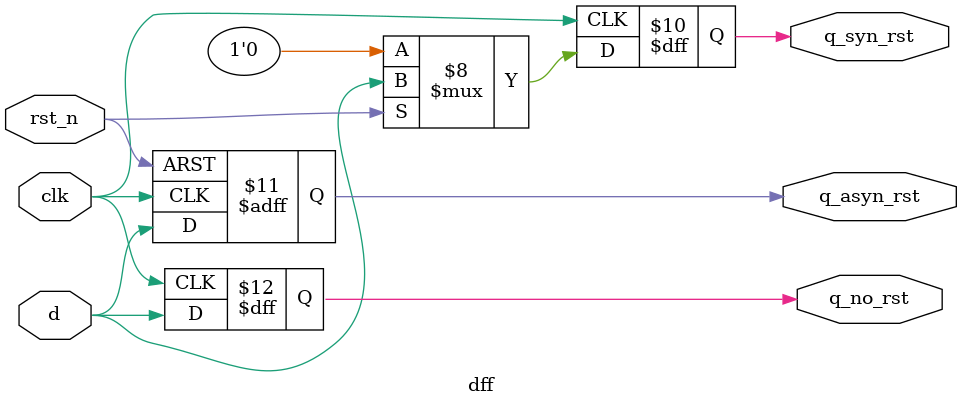
<source format=v>
module dff(clk,rst_n,d,q_no_rst,q_syn_rst,q_asyn_rst);
       input clk,rst_n,d;
       output reg q_no_rst,q_syn_rst,q_asyn_rst;
       
       //no reset
       always @(posedge clk) 
              begin
                     q_no_rst<=d;
              end

       //asyn reset
       always @(posedge clk,negedge rst_n) 
              begin
                     if(!rst_n)
                            q_asyn_rst<=0;
                     else
                            q_asyn_rst<=d;
              end

       //sync reset
       always @(posedge clk) 
              begin
                     if(!rst_n)
                            q_syn_rst<=0;
                     else
                            q_syn_rst<=d;
              end

       initial 
              begin
                     $dumpfile("dff.vcd");
                     $dumpvars(0,dff);
              end
endmodule

</source>
